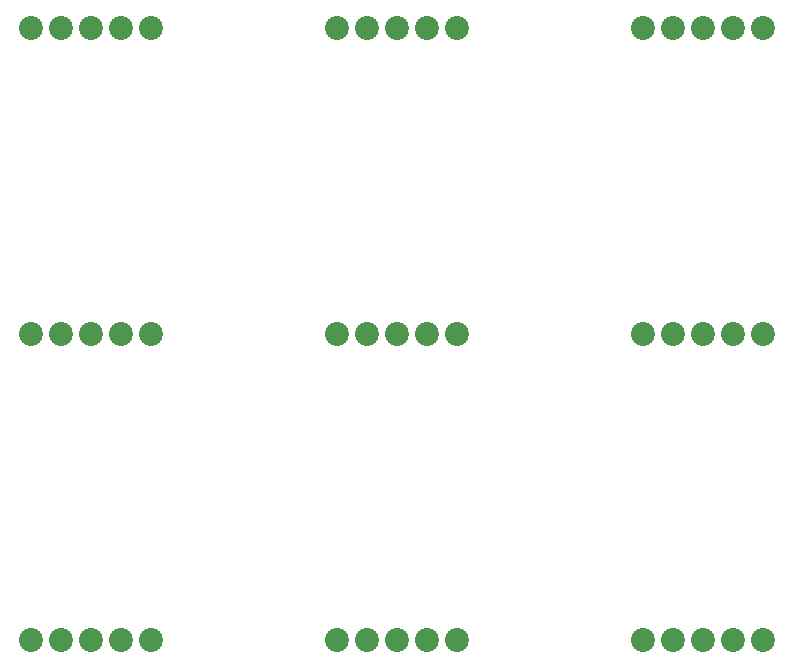
<source format=gbs>
G04 #@! TF.FileFunction,Soldermask,Bot*
%FSLAX46Y46*%
G04 Gerber Fmt 4.6, Leading zero omitted, Abs format (unit mm)*
G04 Created by KiCad (PCBNEW 4.0.6) date 12/12/17 15:17:50*
%MOMM*%
%LPD*%
G01*
G04 APERTURE LIST*
%ADD10C,0.100000*%
%ADD11C,2.029600*%
G04 APERTURE END LIST*
D10*
D11*
X206756000Y-167386000D03*
X180848000Y-167386000D03*
X154940000Y-167386000D03*
X206756000Y-141478000D03*
X180848000Y-141478000D03*
X154940000Y-141478000D03*
X206756000Y-115570000D03*
X180848000Y-115570000D03*
X196596000Y-167386000D03*
X199136000Y-167386000D03*
X201676000Y-167386000D03*
X204216000Y-167386000D03*
X170688000Y-167386000D03*
X173228000Y-167386000D03*
X175768000Y-167386000D03*
X178308000Y-167386000D03*
X144780000Y-167386000D03*
X147320000Y-167386000D03*
X149860000Y-167386000D03*
X152400000Y-167386000D03*
X196596000Y-141478000D03*
X199136000Y-141478000D03*
X201676000Y-141478000D03*
X204216000Y-141478000D03*
X170688000Y-141478000D03*
X173228000Y-141478000D03*
X175768000Y-141478000D03*
X178308000Y-141478000D03*
X144780000Y-141478000D03*
X147320000Y-141478000D03*
X149860000Y-141478000D03*
X152400000Y-141478000D03*
X196596000Y-115570000D03*
X199136000Y-115570000D03*
X201676000Y-115570000D03*
X204216000Y-115570000D03*
X170688000Y-115570000D03*
X173228000Y-115570000D03*
X175768000Y-115570000D03*
X178308000Y-115570000D03*
X154940000Y-115570000D03*
X144780000Y-115570000D03*
X147320000Y-115570000D03*
X149860000Y-115570000D03*
X152400000Y-115570000D03*
M02*

</source>
